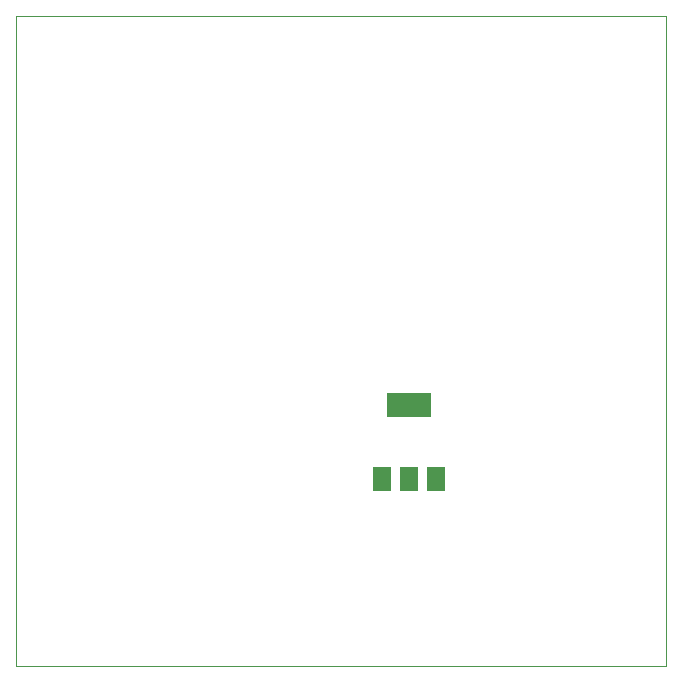
<source format=gbr>
%TF.GenerationSoftware,KiCad,Pcbnew,5.0.2-bee76a0~70~ubuntu18.04.1*%
%TF.CreationDate,2019-02-16T11:31:49+01:00*%
%TF.ProjectId,GP-Pcb-Nano,47502d50-6362-42d4-9e61-6e6f2e6b6963,2.0*%
%TF.SameCoordinates,Original*%
%TF.FileFunction,Paste,Top*%
%TF.FilePolarity,Positive*%
%FSLAX46Y46*%
G04 Gerber Fmt 4.6, Leading zero omitted, Abs format (unit mm)*
G04 Created by KiCad (PCBNEW 5.0.2-bee76a0~70~ubuntu18.04.1) date sab 16 feb 2019 11:31:49 CET*
%MOMM*%
%LPD*%
G01*
G04 APERTURE LIST*
%ADD10C,0.010000*%
%ADD11R,3.800000X2.000000*%
%ADD12R,1.500000X2.000000*%
G04 APERTURE END LIST*
D10*
X86360000Y-62484000D02*
X86360000Y-117484000D01*
X141360000Y-117484000D02*
X86360000Y-117484000D01*
X141360000Y-62484000D02*
X141360000Y-117484000D01*
X86360000Y-62484000D02*
X141360000Y-62484000D01*
D11*
X119634000Y-95402000D03*
D12*
X119634000Y-101702000D03*
X121934000Y-101702000D03*
X117334000Y-101702000D03*
M02*

</source>
